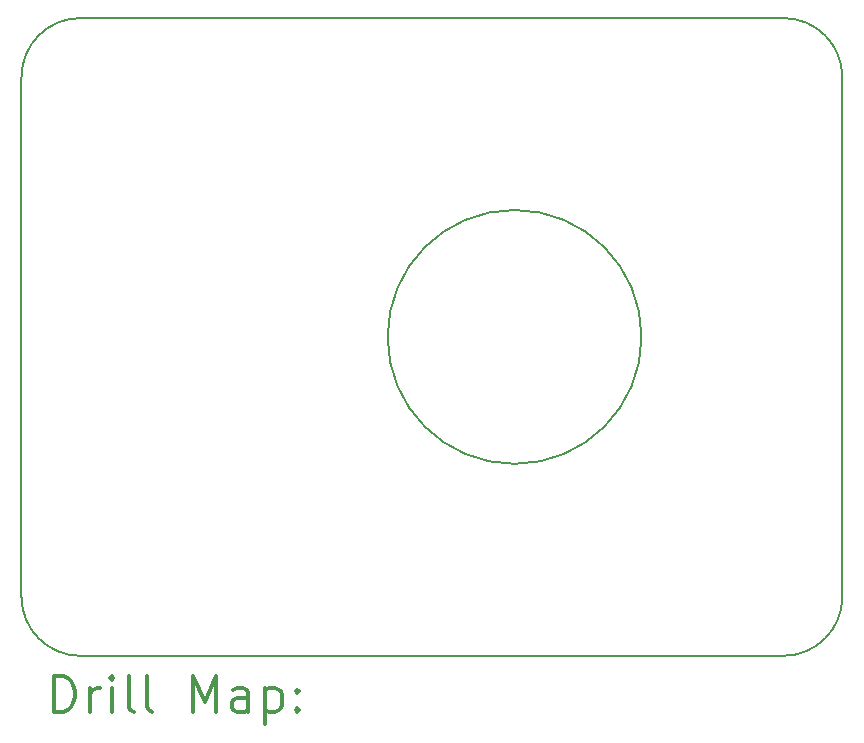
<source format=gbr>
%FSLAX45Y45*%
G04 Gerber Fmt 4.5, Leading zero omitted, Abs format (unit mm)*
G04 Created by KiCad (PCBNEW (2016-05-05 BZR 6775)-product) date 2016 August 31, Wednesday 02:40:12*
%MOMM*%
%LPD*%
G01*
G04 APERTURE LIST*
%ADD10C,0.127000*%
%ADD11C,0.150000*%
%ADD12C,0.200000*%
%ADD13C,0.300000*%
G04 APERTURE END LIST*
D10*
D11*
X13962000Y-12590000D02*
G75*
G03X13962000Y-12590000I-1075000J0D01*
G01*
X15162000Y-9890000D02*
X9212000Y-9890000D01*
X9212000Y-15290000D02*
X15162000Y-15290000D01*
X8712000Y-14790000D02*
G75*
G03X9212000Y-15290000I500000J0D01*
G01*
X8712000Y-14790000D02*
X8712000Y-10390000D01*
X15662000Y-10390000D02*
X15662000Y-14790000D01*
X15162000Y-15290000D02*
G75*
G03X15662000Y-14790000I0J500000D01*
G01*
X15662000Y-10390000D02*
G75*
G03X15162000Y-9890000I-500000J0D01*
G01*
X9212000Y-9890000D02*
G75*
G03X8712000Y-10390000I0J-500000D01*
G01*
D12*
D13*
X8990928Y-15763214D02*
X8990928Y-15463214D01*
X9062357Y-15463214D01*
X9105214Y-15477500D01*
X9133786Y-15506071D01*
X9148071Y-15534643D01*
X9162357Y-15591786D01*
X9162357Y-15634643D01*
X9148071Y-15691786D01*
X9133786Y-15720357D01*
X9105214Y-15748929D01*
X9062357Y-15763214D01*
X8990928Y-15763214D01*
X9290928Y-15763214D02*
X9290928Y-15563214D01*
X9290928Y-15620357D02*
X9305214Y-15591786D01*
X9319500Y-15577500D01*
X9348071Y-15563214D01*
X9376643Y-15563214D01*
X9476643Y-15763214D02*
X9476643Y-15563214D01*
X9476643Y-15463214D02*
X9462357Y-15477500D01*
X9476643Y-15491786D01*
X9490928Y-15477500D01*
X9476643Y-15463214D01*
X9476643Y-15491786D01*
X9662357Y-15763214D02*
X9633786Y-15748929D01*
X9619500Y-15720357D01*
X9619500Y-15463214D01*
X9819500Y-15763214D02*
X9790928Y-15748929D01*
X9776643Y-15720357D01*
X9776643Y-15463214D01*
X10162357Y-15763214D02*
X10162357Y-15463214D01*
X10262357Y-15677500D01*
X10362357Y-15463214D01*
X10362357Y-15763214D01*
X10633786Y-15763214D02*
X10633786Y-15606071D01*
X10619500Y-15577500D01*
X10590928Y-15563214D01*
X10533786Y-15563214D01*
X10505214Y-15577500D01*
X10633786Y-15748929D02*
X10605214Y-15763214D01*
X10533786Y-15763214D01*
X10505214Y-15748929D01*
X10490928Y-15720357D01*
X10490928Y-15691786D01*
X10505214Y-15663214D01*
X10533786Y-15648929D01*
X10605214Y-15648929D01*
X10633786Y-15634643D01*
X10776643Y-15563214D02*
X10776643Y-15863214D01*
X10776643Y-15577500D02*
X10805214Y-15563214D01*
X10862357Y-15563214D01*
X10890928Y-15577500D01*
X10905214Y-15591786D01*
X10919500Y-15620357D01*
X10919500Y-15706071D01*
X10905214Y-15734643D01*
X10890928Y-15748929D01*
X10862357Y-15763214D01*
X10805214Y-15763214D01*
X10776643Y-15748929D01*
X11048071Y-15734643D02*
X11062357Y-15748929D01*
X11048071Y-15763214D01*
X11033786Y-15748929D01*
X11048071Y-15734643D01*
X11048071Y-15763214D01*
X11048071Y-15577500D02*
X11062357Y-15591786D01*
X11048071Y-15606071D01*
X11033786Y-15591786D01*
X11048071Y-15577500D01*
X11048071Y-15606071D01*
M02*

</source>
